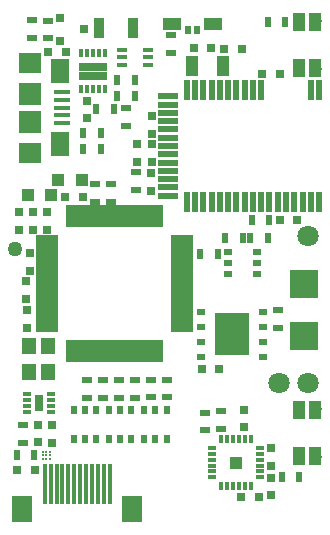
<source format=gts>
G04 #@! TF.FileFunction,Soldermask,Top*
%FSLAX46Y46*%
G04 Gerber Fmt 4.6, Leading zero omitted, Abs format (unit mm)*
G04 Created by KiCad (PCBNEW 4.0.1-stable) date 11/28/2016 11:50:17 AM*
%MOMM*%
G01*
G04 APERTURE LIST*
%ADD10C,0.100000*%
%ADD11R,0.300000X0.650000*%
%ADD12R,1.240000X0.775000*%
%ADD13R,2.400000X2.400000*%
%ADD14R,0.500000X0.900000*%
%ADD15R,0.900000X0.500000*%
%ADD16R,0.750000X0.800000*%
%ADD17R,0.800000X0.300000*%
%ADD18R,0.300000X0.800000*%
%ADD19R,1.000000X1.000000*%
%ADD20R,1.897380X1.897380*%
%ADD21R,1.897380X1.899920*%
%ADD22R,1.897380X1.795780*%
%ADD23R,1.597660X2.095500*%
%ADD24R,1.346200X0.398780*%
%ADD25R,0.679400X1.873200*%
%ADD26R,1.873200X0.679400*%
%ADD27R,0.850000X0.350000*%
%ADD28R,1.700000X0.500000*%
%ADD29R,0.500000X1.700000*%
%ADD30R,1.000000X1.800000*%
%ADD31R,0.800000X0.750000*%
%ADD32R,1.500000X1.000000*%
%ADD33R,0.500000X0.800000*%
%ADD34R,1.100000X1.100000*%
%ADD35R,0.300000X3.500000*%
%ADD36R,1.800000X2.200000*%
%ADD37C,1.800000*%
%ADD38R,0.800100X0.800100*%
%ADD39R,0.900000X1.700000*%
%ADD40R,1.050000X1.650000*%
%ADD41C,0.800000*%
%ADD42R,0.750000X0.500000*%
%ADD43R,3.000000X3.600000*%
%ADD44C,0.175000*%
%ADD45R,0.800000X0.500000*%
%ADD46R,1.200000X1.400000*%
%ADD47R,0.700000X0.300000*%
%ADD48R,0.800000X1.380000*%
%ADD49C,1.270000*%
G04 APERTURE END LIST*
D10*
G36*
X143239038Y-113828930D02*
X144239038Y-113828930D01*
X144239038Y-112828930D01*
X143239038Y-112828930D01*
X143239038Y-113828930D01*
G37*
D11*
X130630000Y-81737500D03*
X131130000Y-81737500D03*
X131630000Y-81737500D03*
X132130000Y-81737500D03*
X132630000Y-81737500D03*
X132630000Y-78637500D03*
X132130000Y-78637500D03*
X131630000Y-78637500D03*
X131130000Y-78637500D03*
X130630000Y-78637500D03*
D12*
X132250000Y-79800000D03*
X131010000Y-79800000D03*
X132250000Y-80575000D03*
X131010000Y-80575000D03*
D13*
X149525000Y-98225000D03*
X149525000Y-102625000D03*
D14*
X147600000Y-114575000D03*
X149100000Y-114575000D03*
D15*
X138225000Y-77150000D03*
X138225000Y-78650000D03*
D16*
X126025000Y-100425000D03*
X126025000Y-101925000D03*
D17*
X141739038Y-112078930D03*
X141739038Y-112578930D03*
X141739038Y-113078930D03*
X141739038Y-113578930D03*
X141739038Y-114078930D03*
X141739038Y-114578930D03*
D18*
X142489038Y-115328930D03*
X142989038Y-115328930D03*
X143489038Y-115328930D03*
X143989038Y-115328930D03*
X144489038Y-115328930D03*
X144989038Y-115328930D03*
D17*
X145739038Y-114578930D03*
X145739038Y-114078930D03*
X145739038Y-113578930D03*
X145739038Y-113078930D03*
X145739038Y-112578930D03*
X145739038Y-112078930D03*
D18*
X144989038Y-111328930D03*
X144489038Y-111328930D03*
X143989038Y-111328930D03*
X143489038Y-111328930D03*
X142989038Y-111328930D03*
X142489038Y-111328930D03*
D19*
X143739038Y-113328930D03*
D20*
X126291795Y-82093315D03*
D21*
X126291795Y-84491075D03*
D22*
X126291795Y-87092035D03*
D23*
X128841955Y-80193395D03*
D24*
X128968955Y-81994255D03*
X128968955Y-82644495D03*
X128968955Y-83292195D03*
X128968955Y-83939895D03*
X128968955Y-84590135D03*
D23*
X128841955Y-86390995D03*
D22*
X126291795Y-79492355D03*
D25*
X137196481Y-92484409D03*
X136688481Y-92484409D03*
X136180481Y-92484409D03*
X135697881Y-92484409D03*
X135189881Y-92484409D03*
X134681881Y-92484409D03*
X134199281Y-92484409D03*
X133691281Y-92484409D03*
X133183281Y-92484409D03*
X132675281Y-92484409D03*
X132192681Y-92484409D03*
X131684681Y-92484409D03*
X131176681Y-92484409D03*
X130694081Y-92484409D03*
X130186081Y-92484409D03*
X129678081Y-92484409D03*
D26*
X127722281Y-94440209D03*
X127722281Y-94948209D03*
X127722281Y-95456209D03*
X127722281Y-95938809D03*
X127722281Y-96446809D03*
X127722281Y-96954809D03*
X127722281Y-97437409D03*
X127722281Y-97945409D03*
X127722281Y-98453409D03*
X127722281Y-98961409D03*
X127722281Y-99444009D03*
X127722281Y-99952009D03*
X127722281Y-100460009D03*
X127722281Y-100942609D03*
X127722281Y-101450609D03*
X127722281Y-101958609D03*
D25*
X129678081Y-103914409D03*
X130186081Y-103914409D03*
X130694081Y-103914409D03*
X131176681Y-103914409D03*
X131684681Y-103914409D03*
X132192681Y-103914409D03*
X132675281Y-103914409D03*
X133183281Y-103914409D03*
X133691281Y-103914409D03*
X134199281Y-103914409D03*
X134681881Y-103914409D03*
X135189881Y-103914409D03*
X135697881Y-103914409D03*
X136180481Y-103914409D03*
X136688481Y-103914409D03*
X137196481Y-103914409D03*
D26*
X139152281Y-101958609D03*
X139152281Y-101450609D03*
X139152281Y-100942609D03*
X139152281Y-100460009D03*
X139152281Y-99952009D03*
X139152281Y-99444009D03*
X139152281Y-98961409D03*
X139152281Y-98453409D03*
X139152281Y-97945409D03*
X139152281Y-97437409D03*
X139152281Y-96954809D03*
X139152281Y-96446809D03*
X139152281Y-95938809D03*
X139152281Y-95456209D03*
X139152281Y-94948209D03*
X139152281Y-94440209D03*
D15*
X131105000Y-107830000D03*
X131105000Y-106330000D03*
D27*
X136300000Y-79675000D03*
X136300000Y-79025000D03*
X136300000Y-78375000D03*
X134100000Y-78375000D03*
X134100000Y-79025000D03*
X134100000Y-79675000D03*
D28*
X138013348Y-82326518D03*
X138013348Y-83026518D03*
X138013348Y-83726518D03*
X138013348Y-84426518D03*
X138013348Y-85126518D03*
X138013348Y-85826518D03*
X138013348Y-86526518D03*
X138013348Y-87226518D03*
X138013348Y-87926518D03*
X138013348Y-88626518D03*
X138013348Y-89326518D03*
X138013348Y-90026518D03*
X138013348Y-90726518D03*
D29*
X150763348Y-81776518D03*
X150063348Y-81776518D03*
X139563348Y-91276518D03*
X140263348Y-91276518D03*
X140963348Y-91276518D03*
X141663348Y-91276518D03*
X142363348Y-91276518D03*
X143063348Y-91276518D03*
X143763348Y-91276518D03*
X144463348Y-91276518D03*
X145163348Y-91276518D03*
X145863348Y-91276518D03*
X146563348Y-91276518D03*
X147263348Y-91276518D03*
X147963348Y-91276518D03*
X148663348Y-91276518D03*
X149363348Y-91276518D03*
X150063348Y-91276518D03*
X150763348Y-91276518D03*
X145863348Y-81776518D03*
X145163348Y-81776518D03*
X144463348Y-81776518D03*
X143763348Y-81776518D03*
X143063348Y-81776518D03*
X142363348Y-81776518D03*
X141663348Y-81776518D03*
X140963348Y-81776518D03*
X140263348Y-81776518D03*
X139563348Y-81776518D03*
D30*
X142594348Y-79775000D03*
X140044348Y-79775000D03*
D16*
X126250000Y-97085000D03*
X126250000Y-95585000D03*
X125975000Y-97950000D03*
X125975000Y-99450000D03*
X125375000Y-93650000D03*
X125375000Y-92150000D03*
X127731000Y-93652000D03*
X127731000Y-92152000D03*
X126575000Y-93650000D03*
X126575000Y-92150000D03*
D31*
X140825000Y-105400000D03*
X142325000Y-105400000D03*
X130750000Y-90875000D03*
X129250000Y-90875000D03*
D16*
X131144146Y-82686050D03*
X131144146Y-84186050D03*
D31*
X129300000Y-78600000D03*
X127800000Y-78600000D03*
D16*
X128155000Y-111630000D03*
X128155000Y-110130000D03*
X126955000Y-111620000D03*
X126955000Y-110120000D03*
D31*
X126705000Y-113950000D03*
X125205000Y-113950000D03*
X148925000Y-92800000D03*
X147425000Y-92800000D03*
D16*
X135375000Y-87875000D03*
X135375000Y-86375000D03*
X136575000Y-88800000D03*
X136575000Y-90300000D03*
D31*
X145925000Y-80400000D03*
X147425000Y-80400000D03*
X142741000Y-78275000D03*
X144241000Y-78275000D03*
X140150000Y-78250000D03*
X141650000Y-78250000D03*
D16*
X146725000Y-116100000D03*
X146725000Y-114600000D03*
X146725000Y-112125000D03*
X146725000Y-113625000D03*
D31*
X145675000Y-116275000D03*
X144175000Y-116275000D03*
D16*
X144400000Y-108850000D03*
X144400000Y-110350000D03*
D32*
X138275000Y-76200000D03*
X141775000Y-76200000D03*
D33*
X139625000Y-76700000D03*
X140425000Y-76700000D03*
D34*
X128100000Y-90650000D03*
X126100000Y-90650000D03*
X130650000Y-89400000D03*
X128650000Y-89400000D03*
D16*
X136590000Y-83975000D03*
X136590000Y-85475000D03*
X136590000Y-86375000D03*
X136590000Y-87875000D03*
D35*
X133035000Y-115180000D03*
X132535000Y-115180000D03*
X132035000Y-115180000D03*
X131535000Y-115180000D03*
X131035000Y-115180000D03*
X130535000Y-115180000D03*
X130035000Y-115180000D03*
X129535000Y-115180000D03*
X129035000Y-115180000D03*
X128535000Y-115180000D03*
D36*
X134935000Y-117280000D03*
X125635000Y-117280000D03*
D35*
X128035000Y-115180000D03*
X127535000Y-115180000D03*
D37*
X149800000Y-94150000D03*
X147400000Y-106550000D03*
X149800000Y-106550000D03*
D38*
X128825000Y-75700000D03*
X128825000Y-77600000D03*
X130823980Y-76650000D03*
D15*
X133175000Y-91250000D03*
X133175000Y-89750000D03*
X131816937Y-91251003D03*
X131816937Y-89751003D03*
X141125000Y-109100000D03*
X141125000Y-110600000D03*
X142500000Y-109000000D03*
X142500000Y-110500000D03*
D14*
X132285000Y-85455000D03*
X130785000Y-85455000D03*
X132275000Y-86805000D03*
X130775000Y-86805000D03*
X133419146Y-83411050D03*
X131919146Y-83411050D03*
D15*
X147325000Y-100400000D03*
X147325000Y-101900000D03*
D14*
X135175000Y-82300000D03*
X133675000Y-82300000D03*
D15*
X127800000Y-77400000D03*
X127800000Y-75900000D03*
D14*
X144300000Y-94300000D03*
X142800000Y-94300000D03*
D15*
X134425000Y-83325000D03*
X134425000Y-84825000D03*
X126450000Y-75875000D03*
X126450000Y-77375000D03*
D14*
X144900000Y-94300000D03*
X146400000Y-94300000D03*
D15*
X125675000Y-110140000D03*
X125675000Y-111640000D03*
D14*
X146550000Y-92825000D03*
X145050000Y-92825000D03*
D15*
X135300000Y-88725000D03*
X135300000Y-90225000D03*
D14*
X146415000Y-76060000D03*
X147915000Y-76060000D03*
X126650000Y-112690000D03*
X125150000Y-112690000D03*
X135175000Y-80950000D03*
X133675000Y-80950000D03*
D39*
X135000000Y-76525000D03*
X132100000Y-76525000D03*
D14*
X142225000Y-95700000D03*
X140725000Y-95700000D03*
D15*
X137855000Y-107810000D03*
X137855000Y-106310000D03*
X136505000Y-107810000D03*
X136505000Y-106310000D03*
X135165000Y-107820000D03*
X135165000Y-106320000D03*
X133815000Y-107820000D03*
X133815000Y-106320000D03*
X132465000Y-107830000D03*
X132465000Y-106330000D03*
D40*
X149050000Y-112750000D03*
X150450000Y-112750000D03*
X150450000Y-108850000D03*
X149050000Y-108850000D03*
D41*
X150550000Y-108775000D03*
X150550000Y-112825000D03*
D42*
X146025000Y-104355000D03*
X146025000Y-103085000D03*
X146025000Y-101815000D03*
X146025000Y-100545000D03*
X140775000Y-100545000D03*
X140775000Y-101815000D03*
X140775000Y-103085000D03*
X140775000Y-104355000D03*
D43*
X143400000Y-102450000D03*
D44*
X127664855Y-112705275D03*
X127364855Y-112705275D03*
X127964855Y-112405275D03*
X127664855Y-112405275D03*
X127364855Y-112405275D03*
X127964855Y-113005275D03*
X127664855Y-113005275D03*
X127364855Y-113005275D03*
X127964855Y-112705275D03*
D45*
X143075000Y-96425000D03*
X143075000Y-95475000D03*
X143075000Y-97375000D03*
X145475000Y-97375000D03*
X145475000Y-96425000D03*
X145475000Y-95475000D03*
D33*
X136914537Y-108901383D03*
X137864537Y-108901383D03*
X135964537Y-108901383D03*
X135964537Y-111301383D03*
X136914537Y-111301383D03*
X137864537Y-111301383D03*
X133914537Y-108901383D03*
X134864537Y-108901383D03*
X132964537Y-108901383D03*
X132964537Y-111301383D03*
X133914537Y-111301383D03*
X134864537Y-111301383D03*
X130935000Y-108905000D03*
X131885000Y-108905000D03*
X129985000Y-108905000D03*
X129985000Y-111305000D03*
X130935000Y-111305000D03*
X131885000Y-111305000D03*
D46*
X126175000Y-103425000D03*
X126175000Y-105625000D03*
X127775000Y-103425000D03*
X127775000Y-105625000D03*
D40*
X149050000Y-79925000D03*
X150450000Y-79925000D03*
X150450000Y-76025000D03*
X149050000Y-76025000D03*
D41*
X150550000Y-75950000D03*
X150550000Y-80000000D03*
D47*
X128035000Y-109060000D03*
X128035000Y-108560000D03*
X128035000Y-108060000D03*
X128035000Y-107560000D03*
X126035000Y-107560000D03*
X126035000Y-108060000D03*
X126035000Y-108560000D03*
X126035000Y-109060000D03*
D48*
X127035000Y-108310000D03*
D49*
X125050000Y-95225000D03*
M02*

</source>
